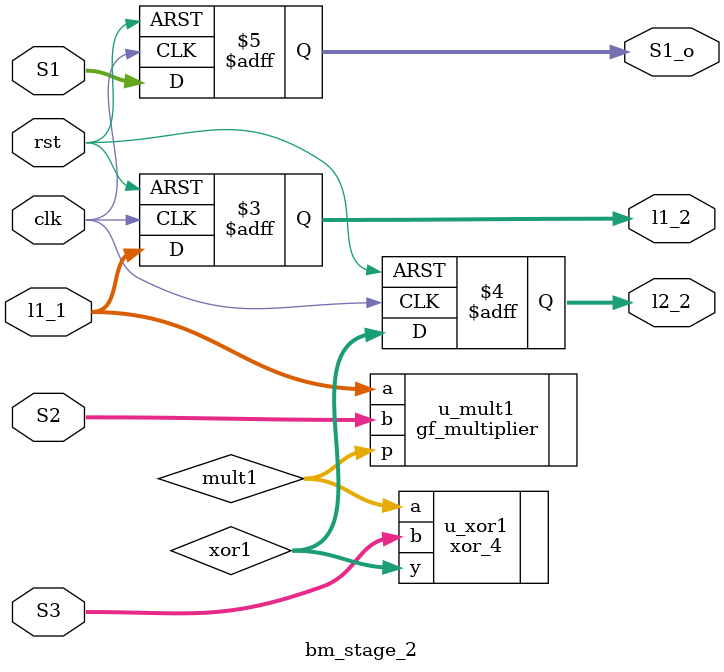
<source format=sv>

module bm_stage_2 (
    input logic clk,
    input logic rst,
    input logic [3:0] S1,
    input logic [3:0] S2,
    input logic [3:0] S3,
    input logic [3:0] l1_1,

    output logic [3:0] l1_2,
    output logic [3:0] l2_2,
    output logic [3:0] S1_o
);

wire [3:0] mult1, mult2, xor1;

gf_multiplier   u_mult1 (.a(l1_1),  .b(S2),    .p(mult1));
xor_4           u_xor1  (.a(mult1),  .b(S3),    .y(xor1));

always_ff @(posedge clk or negedge rst) begin
    if (!rst) begin
        l1_2 <= 0;
        l2_2 <= 0;
        S1_o <= 0;
    end else begin
        l1_2 <= l1_1;
        l2_2 <= xor1;
        S1_o <= S1;
    end
end

endmodule
</source>
